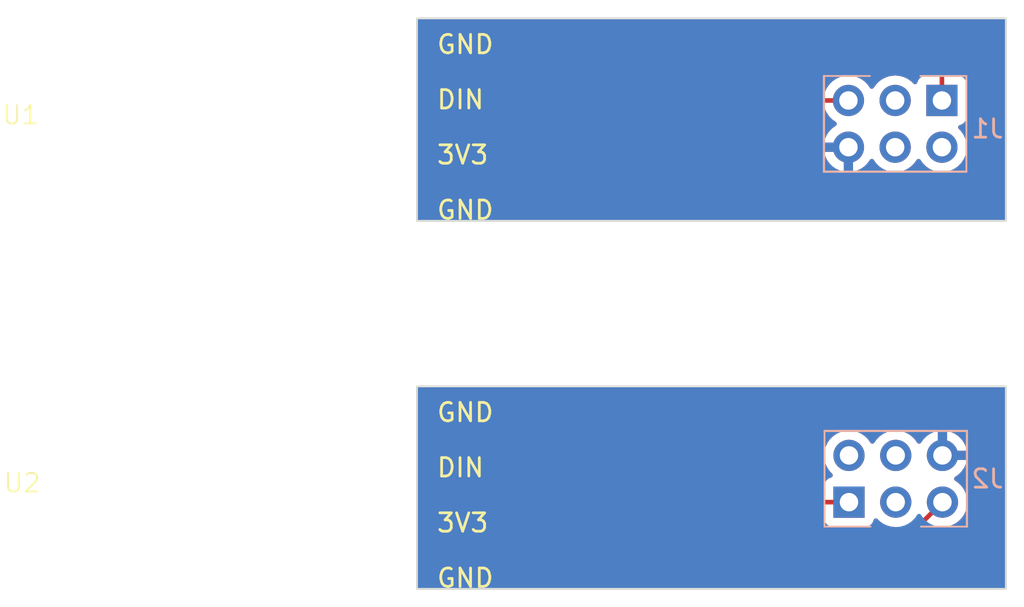
<source format=kicad_pcb>
(kicad_pcb (version 20221018) (generator pcbnew)
  (layers (0 "F.Cu" signal) (31 "B.Cu" signal) (34 "B.Paste" user) (35 "F.Paste" user) (36 "B.SilkS" user "B.Silkscreen") (37 "F.SilkS" user "F.Silkscreen") (38 "B.Mask" user) (39 "F.Mask" user) (44 "Edge.Cuts" user))
  (net 0 "")
  (net 1 "Net-(J1-Pin_1)")
  (net 4 "Net-(J1-Pin_5)")
  (net 8 "LFT GND")
  (net 9 "RGT GND")
  (net 10 "Net-(J2-Pin_1)")
  (net 12 "Net-(J2-Pin_5)")
  (footprint "DC32_Cnet_Badge_SAO:LED_SAO" (layer "F.Cu") (at 118.46 74.75)
    (fp_text reference "U1" (at 0 -0.5 unlocked) (layer "F.SilkS") (effects (font (thickness 0.1))))
    (fp_text value "~")
    (pad "1" smd rect (at 31 -4.25) (size 5 1.5) (layers "F.Cu" "F.Paste" "F.Mask") (net 8 "LFT GND"))
    (pad "2" smd rect (at 31 -1.5) (size 5 1.5) (layers "F.Cu" "F.Paste" "F.Mask") (net 1 "Net-(J1-Pin_1)"))
    (pad "3" smd rect (at 31 1.5) (size 5 1.5) (layers "F.Cu" "F.Paste" "F.Mask") (net 4 "Net-(J1-Pin_5)"))
    (pad "4" smd rect (at 31 4.25) (size 5 1.5) (layers "F.Cu" "F.Paste" "F.Mask") (net 8 "LFT GND"))
  )
  (footprint "DC32_Cnet_Badge_SAO:LED_SAO" (layer "F.Cu") (at 118.54 94.75)
    (fp_text reference "U2" (at 0 -0.5 unlocked) (layer "F.SilkS") (effects (font (thickness 0.1))))
    (fp_text value "~")
    (pad "1" smd rect (at 31 -4.25) (size 5 1.5) (layers "F.Cu" "F.Paste" "F.Mask") (net 9 "RGT GND"))
    (pad "2" smd rect (at 31 -1.5) (size 5 1.5) (layers "F.Cu" "F.Paste" "F.Mask") (net 10 "Net-(J2-Pin_1)"))
    (pad "3" smd rect (at 31 1.5) (size 5 1.5) (layers "F.Cu" "F.Paste" "F.Mask") (net 12 "Net-(J2-Pin_5)"))
    (pad "4" smd rect (at 31 4.25) (size 5 1.5) (layers "F.Cu" "F.Paste" "F.Mask") (net 9 "RGT GND"))
  )
  (footprint "DC32_Cnet_Badge_SAO:PinSocket_2x03_P2.54mm_Vertical_Tab" (layer "B.Cu") (at 163.475 95.29 -90)
    (fp_text reference "J2" (at -1.27 -7.525 -180) (layer "B.SilkS") (effects (justify mirror)))
    (fp_text value "Conn_02x03_Top_Bottom" hide)
    (fp_line (start -3.87 -6.41) (end 1.33 -6.41) (stroke (width 0.12)) (layer "B.SilkS"))
    (fp_line (start -3.87 1.33) (end -3.87 -6.41) (stroke (width 0.12)) (layer "B.SilkS"))
    (fp_line (start -3.87 1.33) (end 1.33 1.33) (stroke (width 0.1)) (layer "B.SilkS"))
    (fp_line (start 1.33 -6.41) (end 1.33 -3.91) (stroke (width 0.1)) (layer "B.SilkS"))
    (fp_line (start 1.33 1.33) (end 1.33 -1.17) (stroke (width 0.1)) (layer "B.SilkS"))
    (pad "1" thru_hole rect (at 0 0 270) (size 1.7 1.7) (drill 1) (layers "*.Cu" "*.Mask") (net 10 "Net-(J2-Pin_1)"))
    (pad "2" thru_hole oval (at -2.54 0 270) (size 1.7 1.7) (drill 1) (layers "*.Cu" "*.Mask"))
    (pad "3" thru_hole oval (at 0 -2.54 270) (size 1.7 1.7) (drill 1) (layers "*.Cu" "*.Mask"))
    (pad "4" thru_hole oval (at -2.54 -2.54 270) (size 1.7 1.7) (drill 1) (layers "*.Cu" "*.Mask"))
    (pad "5" thru_hole oval (at 0 -5.08 270) (size 1.7 1.7) (drill 1) (layers "*.Cu" "*.Mask") (net 12 "Net-(J2-Pin_5)"))
    (pad "6" thru_hole oval (at -2.54 -5.08 270) (size 1.7 1.7) (drill 1) (layers "*.Cu" "*.Mask") (net 9 "RGT GND"))
  )
  (footprint "DC32_Cnet_Badge_SAO:PinSocket_2x03_P2.54mm_Vertical_Tab" (layer "B.Cu") (at 168.525 73.46 90)
    (fp_text reference "J1" (at -1.54 2.475 180) (layer "B.SilkS") (effects (justify mirror)))
    (fp_text value "Conn_02x03_Top_Bottom" hide)
    (fp_line (start -3.87 -6.41) (end 1.33 -6.41) (stroke (width 0.12)) (layer "B.SilkS"))
    (fp_line (start -3.87 1.33) (end -3.87 -6.41) (stroke (width 0.12)) (layer "B.SilkS"))
    (fp_line (start -3.87 1.33) (end 1.33 1.33) (stroke (width 0.1)) (layer "B.SilkS"))
    (fp_line (start 1.33 -6.41) (end 1.33 -3.91) (stroke (width 0.1)) (layer "B.SilkS"))
    (fp_line (start 1.33 1.33) (end 1.33 -1.17) (stroke (width 0.1)) (layer "B.SilkS"))
    (pad "1" thru_hole rect (at 0 0 90) (size 1.7 1.7) (drill 1) (layers "*.Cu" "*.Mask") (net 1 "Net-(J1-Pin_1)"))
    (pad "2" thru_hole oval (at -2.54 0 90) (size 1.7 1.7) (drill 1) (layers "*.Cu" "*.Mask"))
    (pad "3" thru_hole oval (at 0 -2.54 90) (size 1.7 1.7) (drill 1) (layers "*.Cu" "*.Mask"))
    (pad "4" thru_hole oval (at -2.54 -2.54 90) (size 1.7 1.7) (drill 1) (layers "*.Cu" "*.Mask"))
    (pad "5" thru_hole oval (at 0 -5.08 90) (size 1.7 1.7) (drill 1) (layers "*.Cu" "*.Mask") (net 4 "Net-(J1-Pin_5)"))
    (pad "6" thru_hole oval (at -2.54 -5.08 90) (size 1.7 1.7) (drill 1) (layers "*.Cu" "*.Mask") (net 8 "LFT GND"))
  )
  (gr_rect (start 140 69) (end 172 80) (stroke (width 0.1)) (fill none) (layer "Edge.Cuts"))
  (gr_rect (start 140 89) (end 172 100) (stroke (width 0.1)) (fill none) (layer "Edge.Cuts"))
  (gr_text "3V3" (at 141 77) (layer "F.SilkS") (effects (font (size 1 1)) (justify left bottom)))
  (gr_text "GND" (at 141 80) (layer "F.SilkS") (effects (font (size 1 1)) (justify left bottom)))
  (gr_text "GND" (at 141 100) (layer "F.SilkS") (effects (font (size 1 1)) (justify left bottom)))
  (gr_text "GND" (at 141 91) (layer "F.SilkS") (effects (font (size 1 1)) (justify left bottom)))
  (gr_text "DIN" (at 141 94) (layer "F.SilkS") (effects (font (size 1 1)) (justify left bottom)))
  (gr_text "3V3" (at 141 97) (layer "F.SilkS") (effects (font (size 1 1)) (justify left bottom)))
  (gr_text "DIN" (at 141 74) (layer "F.SilkS") (effects (font (size 1 1)) (justify left bottom)))
  (gr_text "GND" (at 141 71) (layer "F.SilkS") (effects (font (size 1 1)) (justify left bottom)))
  (segment (start 158 71) (end 155.75 73.25) (width 0.25) (layer "F.Cu") (net 1))
  (segment (start 168 71) (end 158 71) (width 0.25) (layer "F.Cu") (net 1))
  (segment (start 168.525 73.46) (end 168.525 71.525) (width 0.25) (layer "F.Cu") (net 1))
  (segment (start 155.75 73.25) (end 149.46 73.25) (width 0.25) (layer "F.Cu") (net 1))
  (segment (start 168.525 71.525) (end 168 71) (width 0.25) (layer "F.Cu") (net 1))
  (segment (start 159.54 73.46) (end 156.75 76.25) (width 0.25) (layer "F.Cu") (net 4))
  (segment (start 163.445 73.46) (end 159.54 73.46) (width 0.25) (layer "F.Cu") (net 4))
  (segment (start 156.75 76.25) (end 149.46 76.25) (width 0.25) (layer "F.Cu") (net 4))
  (segment (start 163.475 95.29) (end 159.29 95.29) (width 0.25) (layer "F.Cu") (net 10))
  (segment (start 159.29 95.29) (end 157.25 93.25) (width 0.25) (layer "F.Cu") (net 10))
  (segment (start 157.25 93.25) (end 149.54 93.25) (width 0.25) (layer "F.Cu") (net 10))
  (segment (start 165.845 98) (end 168.555 95.29) (width 0.25) (layer "F.Cu") (net 12))
  (segment (start 159 98) (end 165.845 98) (width 0.25) (layer "F.Cu") (net 12))
  (segment (start 149.54 96.25) (end 157.25 96.25) (width 0.25) (layer "F.Cu") (net 12))
  (segment (start 157.25 96.25) (end 159 98) (width 0.25) (layer "F.Cu") (net 12))
  (zone (net 9) (net_name "RGT GND") (layer "F.Cu") (priority 1) (connect_pads (clearance 0.5)) (min_thickness 0.25) (fill yes (thermal_gap 0.5) (thermal_bridge_width 0.5))
    (polygon (pts (xy 139 88) (xy 173 88) (xy 173 101) (xy 139 101)))
  )
  (zone (net 8) (net_name "LFT GND") (layer "F.Cu") (connect_pads (clearance 0.5)) (min_thickness 0.25) (fill yes (thermal_gap 0.5) (thermal_bridge_width 0.5))
    (polygon (pts (xy 139 68) (xy 139 81) (xy 173 81) (xy 173 68)))
  )
  (zone (net 9) (net_name "RGT GND") (layer "B.Cu") (priority 1) (connect_pads (clearance 0.5)) (min_thickness 0.25) (fill yes (thermal_gap 0.5) (thermal_bridge_width 0.5))
    (polygon (pts (xy 139 88) (xy 173 88) (xy 173 101) (xy 139 101)))
  )
  (zone (net 8) (net_name "LFT GND") (layer "B.Cu") (connect_pads (clearance 0.5)) (min_thickness 0.25) (fill yes (thermal_gap 0.5) (thermal_bridge_width 0.5))
    (polygon (pts (xy 139 68) (xy 139 81) (xy 173 81) (xy 173 68)))
  )
)
</source>
